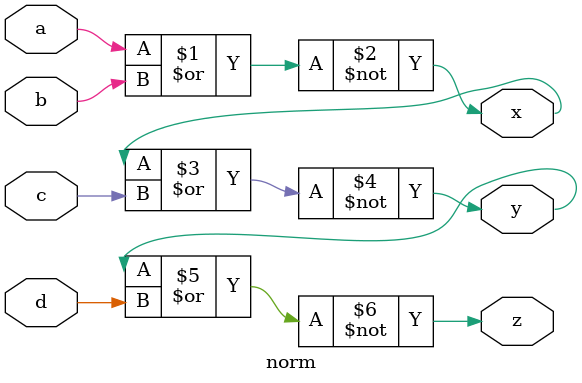
<source format=v>
`timescale 1ns / 1ps

module norm(
    input a, b, c, d,
    output x, y, z
    );
    
assign x = ~(a|b);
assign y = ~(x|c);
assign z = ~(y|d);
endmodule

</source>
